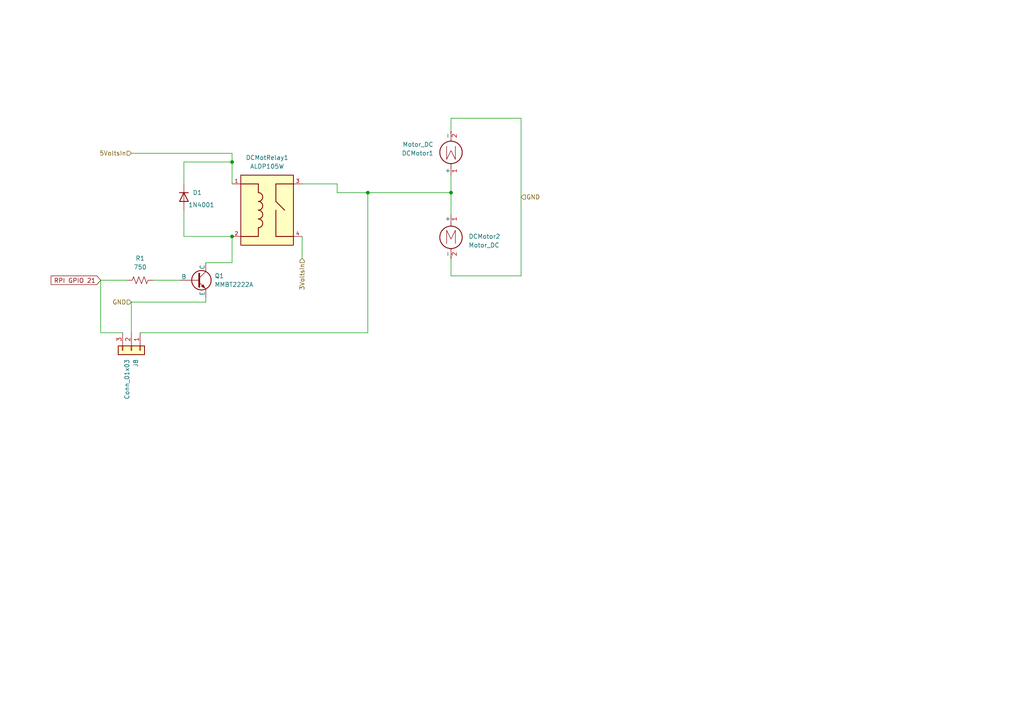
<source format=kicad_sch>
(kicad_sch (version 20231120) (generator "eeschema") (generator_version "8.0")
  (paper "A4")
  (lib_symbols
    (symbol "ALDP105W:ALDP105W" (pin_names (offset 1.016))
      (property "Reference" "K" (at -7.6253 10.6755 0))
      (property "Value" "ALDP105W" (at -7.6273 -12.7121 0))
      (symbol "ALDP105W_0_0"
        (rectangle (start -7.62 -10.16) (end 7.62 10.16) (stroke (width 0.254)) (fill (type background)))
        (arc (start -2.54 -5.08) (mid -1.2755 -3.81) (end -2.54 -2.54) (stroke (width 0.254)))
        (arc (start -2.54 -2.54) (mid -1.2755 -1.27) (end -2.54 0) (stroke (width 0.254)))
        (arc (start -2.54 0) (mid -1.2755 1.27) (end -2.54 2.54) (stroke (width 0.254)))
        (arc (start -2.54 2.54) (mid -1.2755 3.81) (end -2.54 5.08) (stroke (width 0.254)))
        (polyline (pts (xy -2.54 -7.62) (xy -7.62 -7.62)) (stroke (width 0.254)))
        (polyline (pts (xy -2.54 -5.08) (xy -2.54 -7.62)) (stroke (width 0.254)))
        (polyline (pts (xy -2.54 5.08) (xy -2.54 7.62)) (stroke (width 0.254)))
        (polyline (pts (xy -2.54 7.62) (xy -7.62 7.62)) (stroke (width 0.254)))
        (polyline (pts (xy 2.54 -7.62) (xy 7.62 -7.62)) (stroke (width 0.254)))
        (polyline (pts (xy 2.54 0) (xy 2.54 -7.62)) (stroke (width 0.254)))
        (polyline (pts (xy 2.54 2.54) (xy 5.08 0)) (stroke (width 0.254)))
        (polyline (pts (xy 2.54 7.62) (xy 2.54 2.54)) (stroke (width 0.254)))
        (polyline (pts (xy 7.62 7.62) (xy 2.54 7.62)) (stroke (width 0.254)))
        (pin passive line (at -10.16 7.62 0) (length 2.54) (name "~") (number "1"))
        (pin passive line (at -10.16 -7.62 0) (length 2.54) (name "~") (number "2"))
        (pin passive line (at 10.16 7.62 180) (length 2.54) (name "~") (number "3"))
        (pin passive line (at 10.16 -7.62 180) (length 2.54) (name "~") (number "4"))
      )
    )
    (symbol "Connector_Generic:Conn_01x03" (pin_names (offset 1.016) hide)
      (property "Reference" "J" (at 0 5.08 0))
      (property "Value" "Conn_01x03" (at 0 -5.08 0))
      (symbol "Conn_01x03_1_1"
        (rectangle (start -1.27 -2.413) (end 0 -2.667) (stroke (width 0.1524)))
        (rectangle (start -1.27 0.127) (end 0 -0.127) (stroke (width 0.1524)))
        (rectangle (start -1.27 2.667) (end 0 2.413) (stroke (width 0.1524)))
        (rectangle (start -1.27 3.81) (end 1.27 -3.81) (stroke (width 0.254)) (fill (type background)))
        (pin passive line (at -5.08 2.54 0) (length 3.81) (name "Pin_1") (number "1"))
        (pin passive line (at -5.08 0 0) (length 3.81) (name "Pin_2") (number "2"))
        (pin passive line (at -5.08 -2.54 0) (length 3.81) (name "Pin_3") (number "3"))
      )
    )
    (symbol "Device:D" (pin_numbers hide) (pin_names (offset 1.016) hide)
      (property "Reference" "D" (at 0 2.54 0))
      (property "Value" "D" (at 0 -2.54 0))
      (symbol "D_0_1"
        (polyline (pts (xy -1.27 1.27) (xy -1.27 -1.27)) (stroke (width 0.254)))
        (polyline (pts (xy 1.27 0) (xy -1.27 0)))
        (polyline (pts (xy 1.27 1.27) (xy 1.27 -1.27) (xy -1.27 0) (xy 1.27 1.27)) (stroke (width 0.254)))
      )
      (symbol "D_1_1"
        (pin passive line (at -3.81 0 0) (length 2.54) (name "K") (number "1"))
        (pin passive line (at 3.81 0 180) (length 2.54) (name "A") (number "2"))
      )
    )
    (symbol "Device:R_US" (pin_numbers hide) (pin_names (offset 0))
      (property "Reference" "R" (at 2.54 0 90))
      (property "Value" "R_US" (at -2.54 0 90))
      (symbol "R_US_0_1"
        (polyline (pts (xy 0 -2.286) (xy 0 -2.54)))
        (polyline (pts (xy 0 2.286) (xy 0 2.54)))
        (polyline (pts (xy 0 -0.762) (xy 1.016 -1.143) (xy 0 -1.524) (xy -1.016 -1.905) (xy 0 -2.286)))
        (polyline (pts (xy 0 0.762) (xy 1.016 0.381) (xy 0 0) (xy -1.016 -0.381) (xy 0 -0.762)))
        (polyline (pts (xy 0 2.286) (xy 1.016 1.905) (xy 0 1.524) (xy -1.016 1.143) (xy 0 0.762)))
      )
      (symbol "R_US_1_1"
        (pin passive line (at 0 3.81 270) (length 1.27) (name "~") (number "1"))
        (pin passive line (at 0 -3.81 90) (length 1.27) (name "~") (number "2"))
      )
    )
    (symbol "Motor:Motor_DC" (pin_names (offset 0))
      (property "Reference" "M" (at 2.54 2.54 0))
      (property "Value" "Motor_DC" (at 2.54 -5.08 0))
      (symbol "Motor_DC_0_0"
        (polyline (pts (xy -1.27 -3.302) (xy -1.27 0.508) (xy 0 -2.032) (xy 1.27 0.508) (xy 1.27 -3.302)))
      )
      (symbol "Motor_DC_0_1"
        (circle (center 0 -1.524) (radius 3.2512) (stroke (width 0.254)))
        (polyline (pts (xy 0 -7.62) (xy 0 -7.112)))
        (polyline (pts (xy 0 -4.7752) (xy 0 -5.1816)))
        (polyline (pts (xy 0 1.7272) (xy 0 2.0828)))
        (polyline (pts (xy 0 2.032) (xy 0 2.54)))
      )
      (symbol "Motor_DC_1_1"
        (pin passive line (at 0 5.08 270) (length 2.54) (name "+") (number "1"))
        (pin passive line (at 0 -7.62 90) (length 2.54) (name "-") (number "2"))
      )
    )
    (symbol "Simulation_SPICE:NPN" (pin_numbers hide) (pin_names (offset 0))
      (property "Reference" "Q" (at -2.54 7.62 0))
      (property "Value" "NPN" (at -2.54 5.08 0))
      (symbol "NPN_0_1"
        (polyline (pts (xy -2.54 0) (xy 0.635 0)) (stroke (width 0.1524)))
        (polyline (pts (xy 0.635 0.635) (xy 2.54 2.54)))
        (polyline (pts (xy 2.794 -1.27) (xy 2.794 -1.27)) (stroke (width 0.1524)))
        (polyline (pts (xy 2.794 -1.27) (xy 2.794 -1.27)) (stroke (width 0.1524)))
        (polyline (pts (xy 0.635 -0.635) (xy 2.54 -2.54) (xy 2.54 -2.54)))
        (polyline (pts (xy 0.635 1.905) (xy 0.635 -1.905) (xy 0.635 -1.905)) (stroke (width 0.508)))
        (polyline (pts (xy 1.27 -1.778) (xy 1.778 -1.27) (xy 2.286 -2.286) (xy 1.27 -1.778) (xy 1.27 -1.778)) (fill (type outline)))
        (circle (center 1.27 0) (radius 2.8194) (stroke (width 0.254)))
      )
      (symbol "NPN_1_1"
        (pin open_collector line (at 2.54 5.08 270) (length 2.54) (name "C") (number "1"))
        (pin input line (at -5.08 0 0) (length 2.54) (name "B") (number "2"))
        (pin open_emitter line (at 2.54 -5.08 90) (length 2.54) (name "E") (number "3"))
      )
    )
  )
  (junction (at 67.31 68.58))
  (junction (at 130.81 55.88))
  (junction (at 106.68 55.88))
  (junction (at 67.31 46.99))
  (wire (pts (xy 97.79 55.88) (xy 106.68 55.88)))
  (wire (pts (xy 53.34 53.34) (xy 53.34 46.99)))
  (wire (pts (xy 67.31 46.99) (xy 67.31 44.45)))
  (wire (pts (xy 38.1 87.63) (xy 59.69 87.63)))
  (wire (pts (xy 130.81 80.01) (xy 130.81 74.93)))
  (wire (pts (xy 106.68 55.88) (xy 130.81 55.88)))
  (wire (pts (xy 130.81 50.8) (xy 130.81 55.88)))
  (wire (pts (xy 67.31 76.2) (xy 67.31 68.58)))
  (wire (pts (xy 130.81 38.1) (xy 130.81 34.29)))
  (wire (pts (xy 67.31 44.45) (xy 38.1 44.45)))
  (wire (pts (xy 106.68 55.88) (xy 106.68 96.52)))
  (wire (pts (xy 67.31 76.2) (xy 59.69 76.2)))
  (wire (pts (xy 59.69 87.63) (xy 59.69 86.36)))
  (wire (pts (xy 35.56 96.52) (xy 29.21 96.52)))
  (wire (pts (xy 53.34 46.99) (xy 67.31 46.99)))
  (wire (pts (xy 29.21 96.52) (xy 29.21 81.28)))
  (wire (pts (xy 97.79 55.88) (xy 97.79 53.34)))
  (wire (pts (xy 38.1 87.63) (xy 38.1 96.52)))
  (wire (pts (xy 44.45 81.28) (xy 52.07 81.28)))
  (wire (pts (xy 130.81 55.88) (xy 130.81 62.23)))
  (wire (pts (xy 130.81 34.29) (xy 151.13 34.29)))
  (wire (pts (xy 151.13 34.29) (xy 151.13 80.01)))
  (wire (pts (xy 53.34 68.58) (xy 67.31 68.58)))
  (wire (pts (xy 87.63 53.34) (xy 97.79 53.34)))
  (wire (pts (xy 106.68 96.52) (xy 40.64 96.52)))
  (wire (pts (xy 29.21 81.28) (xy 36.83 81.28)))
  (wire (pts (xy 67.31 46.99) (xy 67.31 53.34)))
  (wire (pts (xy 53.34 68.58) (xy 53.34 60.96)))
  (wire (pts (xy 87.63 68.58) (xy 87.63 74.93)))
  (wire (pts (xy 151.13 80.01) (xy 130.81 80.01)))
  (global_label "RPI GPIO 21" (shape input) (at 29.21 81.28 180) (property "Intersheetrefs" "${INTERSHEET_REFS}" (effects (hide yes))))
  (hierarchical_label "GND" (shape input) (at 38.1 87.63 180))
  (hierarchical_label "5VoltsIn" (shape input) (at 38.1 44.45 180))
  (hierarchical_label "GND" (shape input) (at 151.13 57.15 0))
  (hierarchical_label "3VoltsIn" (shape input) (at 87.63 74.93 270))
  (symbol (lib_id "Simulation_SPICE:NPN") (at 57.15 81.28 0) (unit 1)
    (property "Reference" "Q1" (at 62.23 80.0099 0) (effects (justify left)))
    (property "Value" "MMBT2222A" (at 62.23 82.5499 0) (effects (justify left)))
    (property "Footprint" "Package_TO_SOT_SMD:SOT-23" (effects (hide yes)))
    (property "Datasheet" "https://ngspice.sourceforge.io/docs/ngspice-html-manual/manual.xhtml#cha_BJTs" (effects (hide yes)))
    (property "Description" "Bipolar transistor symbol for simulation only, substrate tied to the emitter" (effects (hide yes)))
    (property "Sim.Device" "NPN" (effects (hide yes)))
    (property "Sim.Type" "GUMMELPOON" (effects (hide yes)))
    (property "Sim.Pins" "1=C 2=B 3=E" (effects (hide yes)))
  )
  (symbol (lib_id "Motor:Motor_DC") (at 130.81 45.72 180) (unit 1)
    (property "Reference" "DCMotor1" (at 125.73 44.4501 0) (effects (justify left)))
    (property "Value" "Motor_DC" (at 125.73 41.9101 0) (effects (justify left)))
    (property "Description" "DC Motor" (effects (hide yes)))
  )
  (symbol (lib_id "Device:R_US") (at 40.64 81.28 90) (unit 1)
    (property "Reference" "R1" (at 40.64 74.93 90))
    (property "Value" "750" (at 40.64 77.47 90))
    (property "Footprint" "Resistor_SMD:R_0805_2012Metric_Pad1.20x1.40mm_HandSolder" (effects (hide yes)))
    (property "Description" "Resistor, US symbol" (effects (hide yes)))
  )
  (symbol (lib_id "Device:D") (at 53.34 57.15 270) (unit 1)
    (property "Reference" "D1" (at 55.88 55.8799 90) (effects (justify left)))
    (property "Value" "1N4001" (at 54.61 59.436 90) (effects (justify left)))
    (property "Footprint" "Diode_SMD:D_0805_2012Metric_Pad1.15x1.40mm_HandSolder" (effects (hide yes)))
    (property "Description" "Diode" (effects (hide yes)))
    (property "Sim.Device" "D" (effects (hide yes)))
    (property "Sim.Pins" "1=K 2=A" (effects (hide yes)))
  )
  (symbol (lib_id "Motor:Motor_DC") (at 130.81 67.31 0) (unit 1)
    (property "Reference" "DCMotor2" (at 135.89 68.5799 0) (effects (justify left)))
    (property "Value" "Motor_DC" (at 135.89 71.1199 0) (effects (justify left)))
    (property "Description" "DC Motor" (effects (hide yes)))
  )
  (symbol (lib_id "Connector_Generic:Conn_01x03") (at 38.1 101.6 270) (unit 1)
    (property "Reference" "J8" (at 39.3701 104.14 0) (effects (justify left)))
    (property "Value" "Conn_01x03" (at 36.8301 104.14 0) (effects (justify left)))
    (property "Footprint" "Connector_PinHeader_2.54mm:PinHeader_1x03_P2.54mm_Vertical" (effects (hide yes)))
    (property "Description" "Generic connector, single row, 01x03, script generated (kicad-library-utils/schlib/autogen/connector/)" (effects (hide yes)))
  )
  (symbol (lib_id "ALDP105W:ALDP105W") (at 77.47 60.96 0) (unit 1)
    (property "Reference" "DCMotRelay1" (at 77.47 45.72 0))
    (property "Value" "ALDP105W" (at 77.47 48.26 0))
    (property "Footprint" "ALDP105W:RELAY_ALDP105W" (effects (hide yes)))
    (property "MF" "Panasonic Electric" (effects (hide yes)))
    (property "Description_1" "\n                        \n                            General Purpose Relay SPST-NO (1 Form A) 5VDC Coil Through Hole\n                        \n" (effects (hide yes)))
    (property "Package" "None" (effects (hide yes)))
    (property "Price" "None" (effects (hide yes)))
    (property "Check_prices" "https://www.snapeda.com/parts/ALDP105W/Panasonic/view-part/?ref=eda" (effects (hide yes)))
    (property "PARTREV" "N/A" (effects (hide yes)))
    (property "SnapEDA_Link" "https://www.snapeda.com/parts/ALDP105W/Panasonic/view-part/?ref=snap" (effects (hide yes)))
    (property "MP" "ALDP105W" (effects (hide yes)))
    (property "Availability" "In Stock" (effects (hide yes)))
    (property "STANDART" "Manufacturer Recommendations" (effects (hide yes)))
  )
)
</source>
